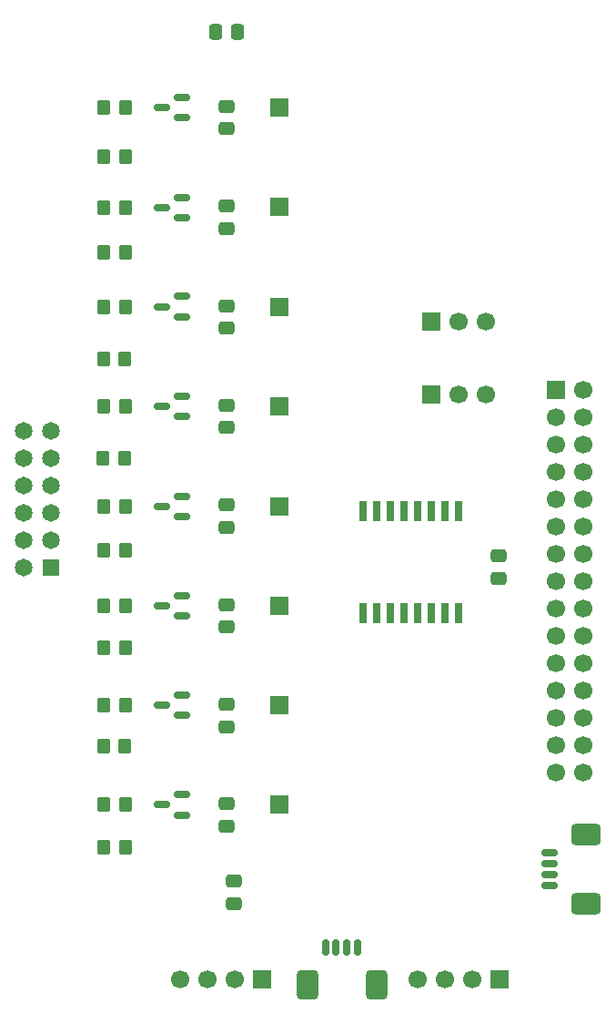
<source format=gbr>
%TF.GenerationSoftware,KiCad,Pcbnew,9.0.2*%
%TF.CreationDate,2025-07-04T16:10:04+10:00*%
%TF.ProjectId,v8_equip_dig_in_non_iso_IDC_pwr,76385f65-7175-4697-905f-6469675f696e,rev?*%
%TF.SameCoordinates,Original*%
%TF.FileFunction,Soldermask,Top*%
%TF.FilePolarity,Negative*%
%FSLAX46Y46*%
G04 Gerber Fmt 4.6, Leading zero omitted, Abs format (unit mm)*
G04 Created by KiCad (PCBNEW 9.0.2) date 2025-07-04 16:10:04*
%MOMM*%
%LPD*%
G01*
G04 APERTURE LIST*
G04 Aperture macros list*
%AMRoundRect*
0 Rectangle with rounded corners*
0 $1 Rounding radius*
0 $2 $3 $4 $5 $6 $7 $8 $9 X,Y pos of 4 corners*
0 Add a 4 corners polygon primitive as box body*
4,1,4,$2,$3,$4,$5,$6,$7,$8,$9,$2,$3,0*
0 Add four circle primitives for the rounded corners*
1,1,$1+$1,$2,$3*
1,1,$1+$1,$4,$5*
1,1,$1+$1,$6,$7*
1,1,$1+$1,$8,$9*
0 Add four rect primitives between the rounded corners*
20,1,$1+$1,$2,$3,$4,$5,0*
20,1,$1+$1,$4,$5,$6,$7,0*
20,1,$1+$1,$6,$7,$8,$9,0*
20,1,$1+$1,$8,$9,$2,$3,0*%
G04 Aperture macros list end*
%ADD10RoundRect,0.250000X0.350000X0.450000X-0.350000X0.450000X-0.350000X-0.450000X0.350000X-0.450000X0*%
%ADD11RoundRect,0.150000X0.587500X0.150000X-0.587500X0.150000X-0.587500X-0.150000X0.587500X-0.150000X0*%
%ADD12RoundRect,0.250000X-0.475000X0.337500X-0.475000X-0.337500X0.475000X-0.337500X0.475000X0.337500X0*%
%ADD13R,1.700000X1.700000*%
%ADD14RoundRect,0.250000X0.475000X-0.337500X0.475000X0.337500X-0.475000X0.337500X-0.475000X-0.337500X0*%
%ADD15C,1.700000*%
%ADD16R,1.650000X1.650000*%
%ADD17C,1.650000*%
%ADD18RoundRect,0.150000X-0.150000X-0.625000X0.150000X-0.625000X0.150000X0.625000X-0.150000X0.625000X0*%
%ADD19RoundRect,0.416666X-0.583334X-0.970834X0.583334X-0.970834X0.583334X0.970834X-0.583334X0.970834X0*%
%ADD20RoundRect,0.250000X-0.337500X-0.475000X0.337500X-0.475000X0.337500X0.475000X-0.337500X0.475000X0*%
%ADD21RoundRect,0.150000X0.625000X-0.150000X0.625000X0.150000X-0.625000X0.150000X-0.625000X-0.150000X0*%
%ADD22RoundRect,0.416666X0.970834X-0.583334X0.970834X0.583334X-0.970834X0.583334X-0.970834X-0.583334X0*%
%ADD23R,0.650000X1.950000*%
G04 APERTURE END LIST*
D10*
%TO.C,R12*%
X14817600Y-43815000D03*
X12817600Y-43815000D03*
%TD*%
D11*
%TO.C,D3*%
X20218400Y-30666900D03*
X20218400Y-28766900D03*
X18343400Y-29716900D03*
%TD*%
D12*
%TO.C,C9*%
X24360900Y-75938600D03*
X24360900Y-78013600D03*
%TD*%
D13*
%TO.C,J16*%
X29210000Y-75996800D03*
%TD*%
D14*
%TO.C,C10*%
X25019000Y-85213100D03*
X25019000Y-83138100D03*
%TD*%
D13*
%TO.C,JP2*%
X43408600Y-37846000D03*
D15*
X45948600Y-37846000D03*
X48488600Y-37846000D03*
%TD*%
D13*
%TO.C,J17*%
X54991000Y-37465000D03*
D15*
X57531000Y-37465000D03*
X54991000Y-40005000D03*
X57531000Y-40005000D03*
X54991000Y-42545000D03*
X57531000Y-42545000D03*
X54991000Y-45085000D03*
X57531000Y-45085000D03*
X54991000Y-47625000D03*
X57531000Y-47625000D03*
X54991000Y-50165000D03*
X57531000Y-50165000D03*
X54991000Y-52705000D03*
X57531000Y-52705000D03*
X54991000Y-55245000D03*
X57531000Y-55245000D03*
X54991000Y-57785000D03*
X57531000Y-57785000D03*
X54991000Y-60325000D03*
X57531000Y-60325000D03*
X54991000Y-62865000D03*
X57531000Y-62865000D03*
X54991000Y-65405000D03*
X57531000Y-65405000D03*
X54991000Y-67945000D03*
X57531000Y-67945000D03*
X54991000Y-70485000D03*
X57531000Y-70485000D03*
X54991000Y-73025000D03*
X57531000Y-73025000D03*
%TD*%
D11*
%TO.C,D5*%
X20218400Y-49238200D03*
X20218400Y-47338200D03*
X18343400Y-48288200D03*
%TD*%
D10*
%TO.C,R11*%
X14868400Y-34569400D03*
X12868400Y-34569400D03*
%TD*%
%TO.C,R5*%
X14915295Y-48260000D03*
X12915295Y-48260000D03*
%TD*%
%TO.C,R6*%
X14915295Y-57531000D03*
X12915295Y-57531000D03*
%TD*%
D13*
%TO.C,J10*%
X29210000Y-20472400D03*
%TD*%
D12*
%TO.C,C5*%
X24360900Y-38898142D03*
X24360900Y-40973142D03*
%TD*%
D11*
%TO.C,D2*%
X20195300Y-21497500D03*
X20195300Y-19597500D03*
X18320300Y-20547500D03*
%TD*%
D16*
%TO.C,J20*%
X7975600Y-53975000D03*
D17*
X5435600Y-53975000D03*
X7975600Y-51435000D03*
X5435600Y-51435000D03*
X7975600Y-48895000D03*
X5435600Y-48895000D03*
X7975600Y-46355000D03*
X5435600Y-46355000D03*
X7975600Y-43815000D03*
X5435600Y-43815000D03*
X7975600Y-41275000D03*
X5435600Y-41275000D03*
%TD*%
D13*
%TO.C,J9*%
X29210000Y-11201400D03*
%TD*%
D14*
%TO.C,C11*%
X49682400Y-54987100D03*
X49682400Y-52912100D03*
%TD*%
D13*
%TO.C,JP1*%
X43408600Y-31140400D03*
D15*
X45948600Y-31140400D03*
X48488600Y-31140400D03*
%TD*%
D11*
%TO.C,D8*%
X20218400Y-76960900D03*
X20218400Y-75060900D03*
X18343400Y-76010900D03*
%TD*%
D12*
%TO.C,C3*%
X24360900Y-20377914D03*
X24360900Y-22452914D03*
%TD*%
D18*
%TO.C,CON2*%
X33526600Y-89313000D03*
X34526600Y-89313000D03*
X35526600Y-89313000D03*
X36526600Y-89313000D03*
D19*
X31826200Y-92735400D03*
X38277800Y-92735400D03*
%TD*%
D13*
%TO.C,J12*%
X29210000Y-38989000D03*
%TD*%
D11*
%TO.C,D7*%
X20218400Y-67691910D03*
X20218400Y-65791910D03*
X18343400Y-66741910D03*
%TD*%
D13*
%TO.C,J11*%
X29210000Y-29743400D03*
%TD*%
D10*
%TO.C,R14*%
X14909800Y-61391800D03*
X12909800Y-61391800D03*
%TD*%
%TO.C,R4*%
X14915295Y-38989000D03*
X12915295Y-38989000D03*
%TD*%
D12*
%TO.C,C8*%
X24360900Y-66678484D03*
X24360900Y-68753484D03*
%TD*%
D13*
%TO.C,CON3*%
X49733200Y-92202000D03*
D15*
X47193200Y-92202000D03*
X44653200Y-92202000D03*
X42113200Y-92202000D03*
%TD*%
D10*
%TO.C,R7*%
X14915295Y-66725800D03*
X12915295Y-66725800D03*
%TD*%
%TO.C,R1*%
X14915295Y-11252200D03*
X12915295Y-11252200D03*
%TD*%
%TO.C,R3*%
X14915295Y-29718000D03*
X12915295Y-29718000D03*
%TD*%
D13*
%TO.C,CON1*%
X27635200Y-92227400D03*
D15*
X25095200Y-92227400D03*
X22555200Y-92227400D03*
X20015200Y-92227400D03*
%TD*%
D11*
%TO.C,D6*%
X20218400Y-58479900D03*
X20218400Y-56579900D03*
X18343400Y-57529900D03*
%TD*%
D13*
%TO.C,J14*%
X29210000Y-57505600D03*
%TD*%
%TO.C,J15*%
X29210000Y-66751200D03*
%TD*%
D10*
%TO.C,R16*%
X14919200Y-79984600D03*
X12919200Y-79984600D03*
%TD*%
%TO.C,R9*%
X14919200Y-15748000D03*
X12919200Y-15748000D03*
%TD*%
%TO.C,R8*%
X14915295Y-75996800D03*
X12915295Y-75996800D03*
%TD*%
%TO.C,R10*%
X14893800Y-24663400D03*
X12893800Y-24663400D03*
%TD*%
D12*
%TO.C,C4*%
X24360900Y-29638028D03*
X24360900Y-31713028D03*
%TD*%
D10*
%TO.C,R13*%
X14919200Y-52374800D03*
X12919200Y-52374800D03*
%TD*%
D11*
%TO.C,D4*%
X20218400Y-39917500D03*
X20218400Y-38017500D03*
X18343400Y-38967500D03*
%TD*%
D12*
%TO.C,C2*%
X24360900Y-11117800D03*
X24360900Y-13192800D03*
%TD*%
D20*
%TO.C,C1*%
X23295700Y-4216400D03*
X25370700Y-4216400D03*
%TD*%
D10*
%TO.C,R2*%
X14915295Y-20523200D03*
X12915295Y-20523200D03*
%TD*%
D21*
%TO.C,CON4*%
X54388000Y-83491200D03*
X54388000Y-82491200D03*
X54388000Y-81491200D03*
X54388000Y-80491200D03*
D22*
X57810400Y-85191600D03*
X57810400Y-78740000D03*
%TD*%
D13*
%TO.C,J13*%
X29210000Y-48260000D03*
%TD*%
D11*
%TO.C,D1*%
X20216100Y-12165500D03*
X20216100Y-10265500D03*
X18341100Y-11215500D03*
%TD*%
D10*
%TO.C,R15*%
X14868400Y-70561200D03*
X12868400Y-70561200D03*
%TD*%
D12*
%TO.C,C6*%
X24360900Y-48158256D03*
X24360900Y-50233256D03*
%TD*%
D23*
%TO.C,IC1*%
X45948600Y-48742000D03*
X44678600Y-48742000D03*
X43408600Y-48742000D03*
X42138600Y-48742000D03*
X40868600Y-48742000D03*
X39598600Y-48742000D03*
X38328600Y-48742000D03*
X37058600Y-48742000D03*
X37058600Y-58192000D03*
X38328600Y-58192000D03*
X39598600Y-58192000D03*
X40868600Y-58192000D03*
X42138600Y-58192000D03*
X43408600Y-58192000D03*
X44678600Y-58192000D03*
X45948600Y-58192000D03*
%TD*%
D12*
%TO.C,C7*%
X24360900Y-57418370D03*
X24360900Y-59493370D03*
%TD*%
M02*

</source>
